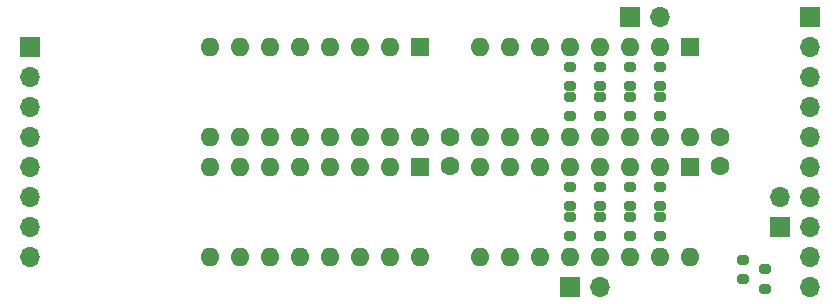
<source format=gbr>
%TF.GenerationSoftware,KiCad,Pcbnew,7.0.5*%
%TF.CreationDate,2024-09-17T16:51:35-04:00*%
%TF.ProjectId,8_bit_logic_analyzer_rev_2,385f6269-745f-46c6-9f67-69635f616e61,rev?*%
%TF.SameCoordinates,Original*%
%TF.FileFunction,Soldermask,Bot*%
%TF.FilePolarity,Negative*%
%FSLAX46Y46*%
G04 Gerber Fmt 4.6, Leading zero omitted, Abs format (unit mm)*
G04 Created by KiCad (PCBNEW 7.0.5) date 2024-09-17 16:51:35*
%MOMM*%
%LPD*%
G01*
G04 APERTURE LIST*
G04 Aperture macros list*
%AMRoundRect*
0 Rectangle with rounded corners*
0 $1 Rounding radius*
0 $2 $3 $4 $5 $6 $7 $8 $9 X,Y pos of 4 corners*
0 Add a 4 corners polygon primitive as box body*
4,1,4,$2,$3,$4,$5,$6,$7,$8,$9,$2,$3,0*
0 Add four circle primitives for the rounded corners*
1,1,$1+$1,$2,$3*
1,1,$1+$1,$4,$5*
1,1,$1+$1,$6,$7*
1,1,$1+$1,$8,$9*
0 Add four rect primitives between the rounded corners*
20,1,$1+$1,$2,$3,$4,$5,0*
20,1,$1+$1,$4,$5,$6,$7,0*
20,1,$1+$1,$6,$7,$8,$9,0*
20,1,$1+$1,$8,$9,$2,$3,0*%
G04 Aperture macros list end*
%ADD10R,1.700000X1.700000*%
%ADD11O,1.700000X1.700000*%
%ADD12R,1.600000X1.600000*%
%ADD13O,1.600000X1.600000*%
%ADD14C,1.600000*%
%ADD15RoundRect,0.200000X0.275000X-0.200000X0.275000X0.200000X-0.275000X0.200000X-0.275000X-0.200000X0*%
%ADD16RoundRect,0.200000X-0.275000X0.200000X-0.275000X-0.200000X0.275000X-0.200000X0.275000X0.200000X0*%
G04 APERTURE END LIST*
D10*
%TO.C,J2*%
X81280000Y-17780000D03*
D11*
X81280000Y-20320000D03*
X81280000Y-22860000D03*
X81280000Y-25400000D03*
X81280000Y-27940000D03*
X81280000Y-30480000D03*
X81280000Y-33020000D03*
X81280000Y-35560000D03*
X81280000Y-38100000D03*
X81280000Y-40640000D03*
%TD*%
D12*
%TO.C,U3*%
X48260000Y-30480000D03*
D13*
X45720000Y-30480000D03*
X43180000Y-30480000D03*
X40640000Y-30480000D03*
X38100000Y-30480000D03*
X35560000Y-30480000D03*
X33020000Y-30480000D03*
X30480000Y-30480000D03*
X30480000Y-38100000D03*
X33020000Y-38100000D03*
X35560000Y-38100000D03*
X38100000Y-38100000D03*
X40640000Y-38100000D03*
X43180000Y-38100000D03*
X45720000Y-38100000D03*
X48260000Y-38100000D03*
%TD*%
D10*
%TO.C,J4*%
X60960000Y-40640000D03*
D11*
X63500000Y-40640000D03*
%TD*%
D14*
%TO.C,C1*%
X50800000Y-27940000D03*
X50800000Y-30440000D03*
%TD*%
D10*
%TO.C,J5*%
X78740000Y-35560000D03*
D11*
X78740000Y-33020000D03*
%TD*%
D12*
%TO.C,U4*%
X71095000Y-30480000D03*
D13*
X68555000Y-30480000D03*
X66015000Y-30480000D03*
X63475000Y-30480000D03*
X60935000Y-30480000D03*
X58395000Y-30480000D03*
X55855000Y-30480000D03*
X53315000Y-30480000D03*
X53315000Y-38100000D03*
X55855000Y-38100000D03*
X58395000Y-38100000D03*
X60935000Y-38100000D03*
X63475000Y-38100000D03*
X66015000Y-38100000D03*
X68555000Y-38100000D03*
X71095000Y-38100000D03*
%TD*%
D12*
%TO.C,U2*%
X71120000Y-20320000D03*
D13*
X68580000Y-20320000D03*
X66040000Y-20320000D03*
X63500000Y-20320000D03*
X60960000Y-20320000D03*
X58420000Y-20320000D03*
X55880000Y-20320000D03*
X53340000Y-20320000D03*
X53340000Y-27940000D03*
X55880000Y-27940000D03*
X58420000Y-27940000D03*
X60960000Y-27940000D03*
X63500000Y-27940000D03*
X66040000Y-27940000D03*
X68580000Y-27940000D03*
X71120000Y-27940000D03*
%TD*%
D14*
%TO.C,C2*%
X73660000Y-27940000D03*
X73660000Y-30440000D03*
%TD*%
D12*
%TO.C,U1*%
X48260000Y-20320000D03*
D13*
X45720000Y-20320000D03*
X43180000Y-20320000D03*
X40640000Y-20320000D03*
X38100000Y-20320000D03*
X35560000Y-20320000D03*
X33020000Y-20320000D03*
X30480000Y-20320000D03*
X30480000Y-27940000D03*
X33020000Y-27940000D03*
X35560000Y-27940000D03*
X38100000Y-27940000D03*
X40640000Y-27940000D03*
X43180000Y-27940000D03*
X45720000Y-27940000D03*
X48260000Y-27940000D03*
%TD*%
D10*
%TO.C,J3*%
X66040000Y-17780000D03*
D11*
X68580000Y-17780000D03*
%TD*%
D10*
%TO.C,J1*%
X15240000Y-20320000D03*
D11*
X15240000Y-22860000D03*
X15240000Y-25400000D03*
X15240000Y-27940000D03*
X15240000Y-30480000D03*
X15240000Y-33020000D03*
X15240000Y-35560000D03*
X15240000Y-38100000D03*
%TD*%
D15*
%TO.C,R11*%
X77470000Y-40830000D03*
X77470000Y-39180000D03*
%TD*%
%TO.C,R3*%
X66040000Y-26225000D03*
X66040000Y-24575000D03*
%TD*%
D16*
%TO.C,D1*%
X60960000Y-22035000D03*
X60960000Y-23685000D03*
%TD*%
%TO.C,D2*%
X63500000Y-22035000D03*
X63500000Y-23685000D03*
%TD*%
%TO.C,D3*%
X66040000Y-22035000D03*
X66040000Y-23685000D03*
%TD*%
%TO.C,D9*%
X75565000Y-38355000D03*
X75565000Y-40005000D03*
%TD*%
%TO.C,D4*%
X68580000Y-22035000D03*
X68580000Y-23685000D03*
%TD*%
%TO.C,D7*%
X66040000Y-32195000D03*
X66040000Y-33845000D03*
%TD*%
%TO.C,D5*%
X60960000Y-32195000D03*
X60960000Y-33845000D03*
%TD*%
D15*
%TO.C,R10*%
X68580000Y-36385000D03*
X68580000Y-34735000D03*
%TD*%
%TO.C,R8*%
X63500000Y-36385000D03*
X63500000Y-34735000D03*
%TD*%
D16*
%TO.C,D6*%
X63500000Y-32195000D03*
X63500000Y-33845000D03*
%TD*%
D15*
%TO.C,R1*%
X60960000Y-26225000D03*
X60960000Y-24575000D03*
%TD*%
%TO.C,R7*%
X60960000Y-36385000D03*
X60960000Y-34735000D03*
%TD*%
D16*
%TO.C,D8*%
X68580000Y-32195000D03*
X68580000Y-33845000D03*
%TD*%
D15*
%TO.C,R4*%
X68580000Y-26225000D03*
X68580000Y-24575000D03*
%TD*%
%TO.C,R2*%
X63500000Y-26225000D03*
X63500000Y-24575000D03*
%TD*%
%TO.C,R9*%
X66040000Y-36385000D03*
X66040000Y-34735000D03*
%TD*%
M02*

</source>
